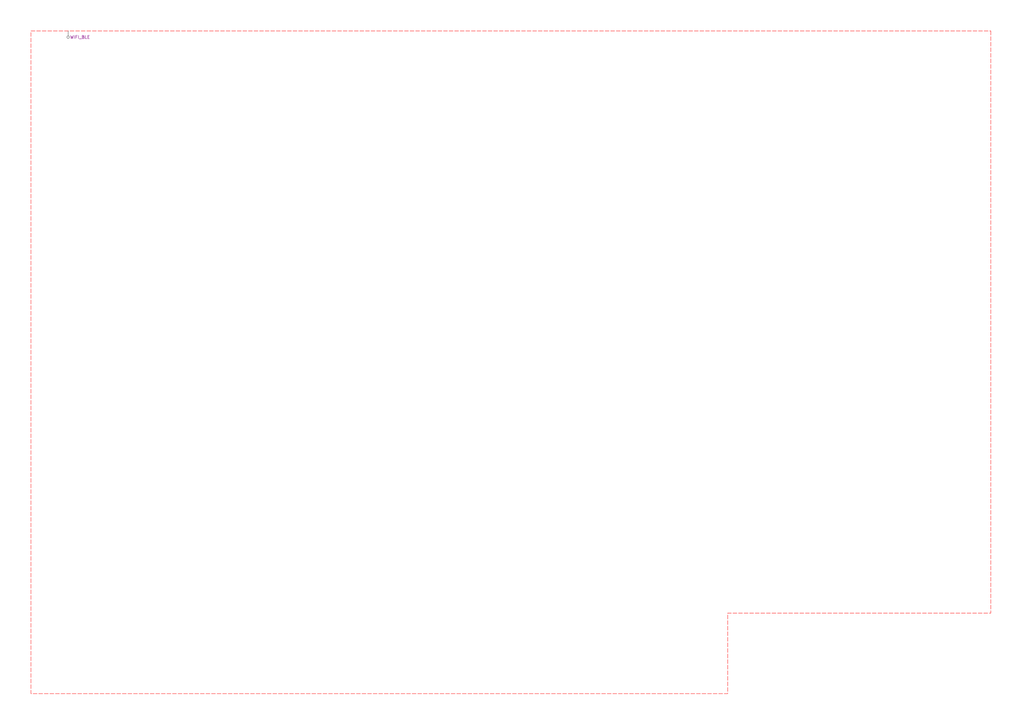
<source format=kicad_sch>
(kicad_sch
	(version 20250114)
	(generator "eeschema")
	(generator_version "9.0")
	(uuid "1f5c599e-30c4-43f1-b241-c9c5d207fa54")
	(paper "A3")
	(title_block
		(comment 1 "Author: Mykola Grodskyi")
	)
	(lib_symbols)
	(rule_area
		(polyline
			(pts
				(xy 406.4 12.7) (xy 406.4 251.46) (xy 298.45 251.46) (xy 298.45 284.48) (xy 12.7 284.48) (xy 12.7 12.7)
			)
			(stroke
				(width 0)
				(type dash)
			)
			(fill
				(type none)
			)
			(uuid 19aa5669-f787-4cbc-a268-9bd56bdf1a18)
		)
	)
	(netclass_flag ""
		(length 2.54)
		(shape round)
		(at 27.94 12.7 180)
		(fields_autoplaced yes)
		(effects
			(font
				(size 1.27 1.27)
			)
			(justify right bottom)
		)
		(uuid "fcafccac-76dd-465d-bea9-a4fa94ea8e2a")
		(property "Netclass" "WIFI_BLE"
			(at 28.6385 15.24 0)
			(effects
				(font
					(size 1.27 1.27)
				)
				(justify left)
			)
		)
		(property "Component Class" ""
			(at -124.46 7.62 0)
			(effects
				(font
					(size 1.27 1.27)
					(italic yes)
				)
			)
		)
	)
)

</source>
